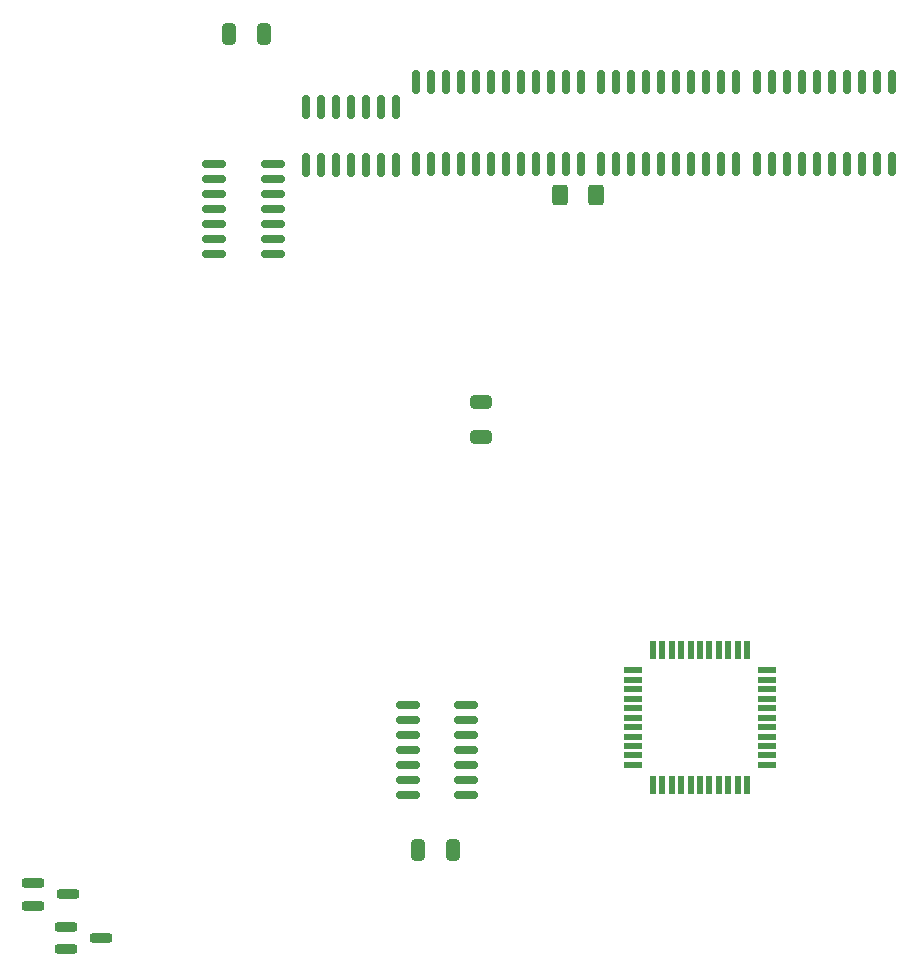
<source format=gbr>
%TF.GenerationSoftware,KiCad,Pcbnew,8.0.7-8.0.7-0~ubuntu22.04.1*%
%TF.CreationDate,2024-12-26T12:21:12+01:00*%
%TF.ProjectId,schematics_v10,73636865-6d61-4746-9963-735f7631302e,rev?*%
%TF.SameCoordinates,Original*%
%TF.FileFunction,Paste,Top*%
%TF.FilePolarity,Positive*%
%FSLAX46Y46*%
G04 Gerber Fmt 4.6, Leading zero omitted, Abs format (unit mm)*
G04 Created by KiCad (PCBNEW 8.0.7-8.0.7-0~ubuntu22.04.1) date 2024-12-26 12:21:12*
%MOMM*%
%LPD*%
G01*
G04 APERTURE LIST*
G04 Aperture macros list*
%AMRoundRect*
0 Rectangle with rounded corners*
0 $1 Rounding radius*
0 $2 $3 $4 $5 $6 $7 $8 $9 X,Y pos of 4 corners*
0 Add a 4 corners polygon primitive as box body*
4,1,4,$2,$3,$4,$5,$6,$7,$8,$9,$2,$3,0*
0 Add four circle primitives for the rounded corners*
1,1,$1+$1,$2,$3*
1,1,$1+$1,$4,$5*
1,1,$1+$1,$6,$7*
1,1,$1+$1,$8,$9*
0 Add four rect primitives between the rounded corners*
20,1,$1+$1,$2,$3,$4,$5,0*
20,1,$1+$1,$4,$5,$6,$7,0*
20,1,$1+$1,$6,$7,$8,$9,0*
20,1,$1+$1,$8,$9,$2,$3,0*%
G04 Aperture macros list end*
%ADD10RoundRect,0.150000X-0.825000X-0.150000X0.825000X-0.150000X0.825000X0.150000X-0.825000X0.150000X0*%
%ADD11RoundRect,0.250000X-0.650000X0.325000X-0.650000X-0.325000X0.650000X-0.325000X0.650000X0.325000X0*%
%ADD12RoundRect,0.150000X0.150000X-0.837500X0.150000X0.837500X-0.150000X0.837500X-0.150000X-0.837500X0*%
%ADD13RoundRect,0.250000X0.325000X0.650000X-0.325000X0.650000X-0.325000X-0.650000X0.325000X-0.650000X0*%
%ADD14RoundRect,0.200000X-0.750000X-0.200000X0.750000X-0.200000X0.750000X0.200000X-0.750000X0.200000X0*%
%ADD15RoundRect,0.150000X0.150000X-0.825000X0.150000X0.825000X-0.150000X0.825000X-0.150000X-0.825000X0*%
%ADD16RoundRect,0.250000X0.400000X0.625000X-0.400000X0.625000X-0.400000X-0.625000X0.400000X-0.625000X0*%
%ADD17R,0.550000X1.500000*%
%ADD18R,1.500000X0.550000*%
%ADD19RoundRect,0.150000X-0.150000X0.837500X-0.150000X-0.837500X0.150000X-0.837500X0.150000X0.837500X0*%
G04 APERTURE END LIST*
D10*
%TO.C,U11*%
X104524000Y-121412000D03*
X104524000Y-122682000D03*
X104524000Y-123952000D03*
X104524000Y-125222000D03*
X104524000Y-126492000D03*
X104524000Y-127762000D03*
X104524000Y-129032000D03*
X109474000Y-129032000D03*
X109474000Y-127762000D03*
X109474000Y-126492000D03*
X109474000Y-125222000D03*
X109474000Y-123952000D03*
X109474000Y-122682000D03*
X109474000Y-121412000D03*
%TD*%
D11*
%TO.C,C5*%
X110750000Y-95750000D03*
X110750000Y-98700000D03*
%TD*%
D12*
%TO.C,U3*%
X134053172Y-75556218D03*
X135323172Y-75556218D03*
X136593172Y-75556218D03*
X137863172Y-75556218D03*
X139133172Y-75556218D03*
X140403172Y-75556218D03*
X141673172Y-75556218D03*
X142943172Y-75556218D03*
X144213172Y-75556218D03*
X145483172Y-75556218D03*
X145483172Y-68631218D03*
X144213172Y-68631218D03*
X142943172Y-68631218D03*
X141673172Y-68631218D03*
X140403172Y-68631218D03*
X139133172Y-68631218D03*
X137863172Y-68631218D03*
X136593172Y-68631218D03*
X135323172Y-68631218D03*
X134053172Y-68631218D03*
%TD*%
D13*
%TO.C,C4*%
X108343800Y-133705600D03*
X105393800Y-133705600D03*
%TD*%
D10*
%TO.C,U9*%
X88138000Y-75565000D03*
X88138000Y-76835000D03*
X88138000Y-78105000D03*
X88138000Y-79375000D03*
X88138000Y-80645000D03*
X88138000Y-81915000D03*
X88138000Y-83185000D03*
X93088000Y-83185000D03*
X93088000Y-81915000D03*
X93088000Y-80645000D03*
X93088000Y-79375000D03*
X93088000Y-78105000D03*
X93088000Y-76835000D03*
X93088000Y-75565000D03*
%TD*%
D14*
%TO.C,D8*%
X72795000Y-136464000D03*
X72795000Y-138364000D03*
X75795000Y-137414000D03*
%TD*%
%TO.C,D10*%
X75589000Y-140147000D03*
X75589000Y-142047000D03*
X78589000Y-141097000D03*
%TD*%
D15*
%TO.C,U8*%
X95885000Y-75689000D03*
X97155000Y-75689000D03*
X98425000Y-75689000D03*
X99695000Y-75689000D03*
X100965000Y-75689000D03*
X102235000Y-75689000D03*
X103505000Y-75689000D03*
X103505000Y-70739000D03*
X102235000Y-70739000D03*
X100965000Y-70739000D03*
X99695000Y-70739000D03*
X98425000Y-70739000D03*
X97155000Y-70739000D03*
X95885000Y-70739000D03*
%TD*%
D16*
%TO.C,R2*%
X120477800Y-78237795D03*
X117377800Y-78237795D03*
%TD*%
D17*
%TO.C,U1*%
X125261000Y-128163800D03*
X126061000Y-128163800D03*
X126861000Y-128163800D03*
X127661000Y-128163800D03*
X128461000Y-128163800D03*
X129261000Y-128163800D03*
X130061000Y-128163800D03*
X130861000Y-128163800D03*
X131661000Y-128163800D03*
X132461000Y-128163800D03*
X133261000Y-128163800D03*
D18*
X134961000Y-126463800D03*
X134961000Y-125663800D03*
X134961000Y-124863800D03*
X134961000Y-124063800D03*
X134961000Y-123263800D03*
X134961000Y-122463800D03*
X134961000Y-121663800D03*
X134961000Y-120863800D03*
X134961000Y-120063800D03*
X134961000Y-119263800D03*
X134961000Y-118463800D03*
D17*
X133261000Y-116763800D03*
X132461000Y-116763800D03*
X131661000Y-116763800D03*
X130861000Y-116763800D03*
X130061000Y-116763800D03*
X129261000Y-116763800D03*
X128461000Y-116763800D03*
X127661000Y-116763800D03*
X126861000Y-116763800D03*
X126061000Y-116763800D03*
X125261000Y-116763800D03*
D18*
X123561000Y-118463800D03*
X123561000Y-119263800D03*
X123561000Y-120063800D03*
X123561000Y-120863800D03*
X123561000Y-121663800D03*
X123561000Y-122463800D03*
X123561000Y-123263800D03*
X123561000Y-124063800D03*
X123561000Y-124863800D03*
X123561000Y-125663800D03*
X123561000Y-126463800D03*
%TD*%
D13*
%TO.C,C1*%
X92363600Y-64547195D03*
X89413600Y-64547195D03*
%TD*%
D19*
%TO.C,U5*%
X119168772Y-68663618D03*
X117898772Y-68663618D03*
X116628772Y-68663618D03*
X115358772Y-68663618D03*
X114088772Y-68663618D03*
X112818772Y-68663618D03*
X111548772Y-68663618D03*
X110278772Y-68663618D03*
X109008772Y-68663618D03*
X107738772Y-68663618D03*
X106468772Y-68663618D03*
X105198772Y-68663618D03*
X105198772Y-75588618D03*
X106468772Y-75588618D03*
X107738772Y-75588618D03*
X109008772Y-75588618D03*
X110278772Y-75588618D03*
X111548772Y-75588618D03*
X112818772Y-75588618D03*
X114088772Y-75588618D03*
X115358772Y-75588618D03*
X116628772Y-75588618D03*
X117898772Y-75588618D03*
X119168772Y-75588618D03*
%TD*%
D12*
%TO.C,U2*%
X120895972Y-75572418D03*
X122165972Y-75572418D03*
X123435972Y-75572418D03*
X124705972Y-75572418D03*
X125975972Y-75572418D03*
X127245972Y-75572418D03*
X128515972Y-75572418D03*
X129785972Y-75572418D03*
X131055972Y-75572418D03*
X132325972Y-75572418D03*
X132325972Y-68647418D03*
X131055972Y-68647418D03*
X129785972Y-68647418D03*
X128515972Y-68647418D03*
X127245972Y-68647418D03*
X125975972Y-68647418D03*
X124705972Y-68647418D03*
X123435972Y-68647418D03*
X122165972Y-68647418D03*
X120895972Y-68647418D03*
%TD*%
M02*

</source>
